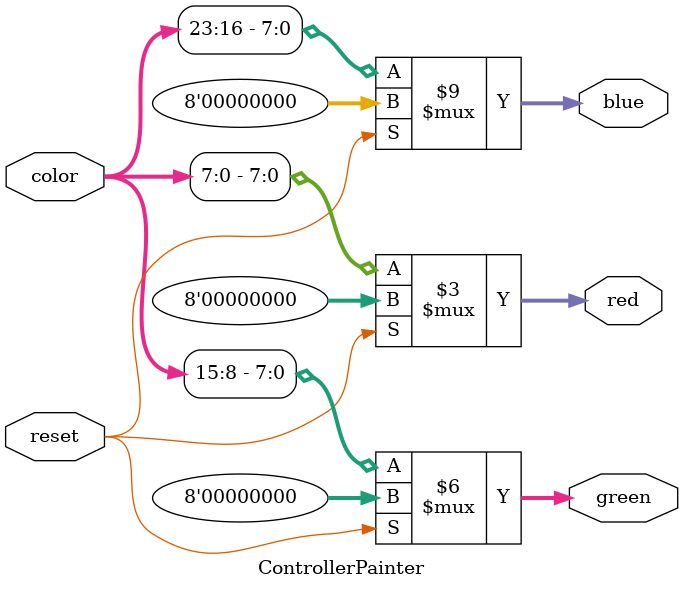
<source format=sv>
module ControllerPainter (
  input reset,
  input logic [23:0] color,
  output logic [7:0] blue,
  output logic [7:0] green,
  output logic [7:0] red
  );

  always_comb begin
    if(reset) begin
      blue <= 8'd0;
      green <= 8'd0;
      red <= 8'd0;
	 end else begin
      blue <= color[23:16];
      green <= color[15:8];
      red <= color[7:0];
	 end
	end

endmodule
</source>
